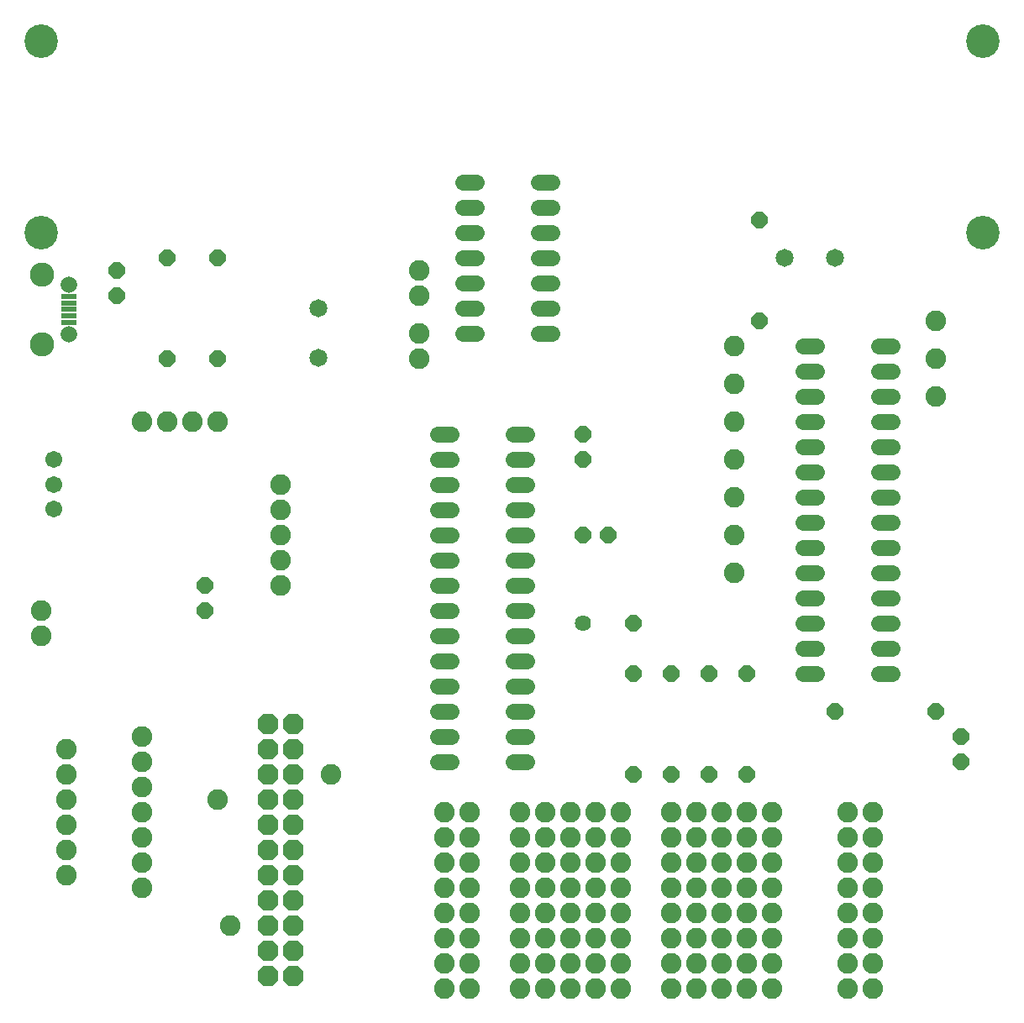
<source format=gts>
G75*
%MOIN*%
%OFA0B0*%
%FSLAX25Y25*%
%IPPOS*%
%LPD*%
%AMOC8*
5,1,8,0,0,1.08239X$1,22.5*
%
%ADD10C,0.13300*%
%ADD11R,0.06115X0.02375*%
%ADD12C,0.06546*%
%ADD13C,0.09658*%
%ADD14C,0.08200*%
%ADD15C,0.06743*%
%ADD16OC8,0.06400*%
%ADD17C,0.07137*%
%ADD18C,0.06400*%
%ADD19OC8,0.08200*%
%ADD20C,0.06400*%
D10*
X0101250Y0313333D03*
X0101250Y0389333D03*
X0474950Y0389333D03*
X0474950Y0313333D03*
D11*
X0112380Y0287951D03*
X0112380Y0285392D03*
X0112380Y0282833D03*
X0112380Y0280274D03*
X0112380Y0277715D03*
D12*
X0112380Y0272991D03*
X0112380Y0292676D03*
D13*
X0101750Y0296613D03*
X0101750Y0269054D03*
D14*
X0111250Y0058333D03*
X0111250Y0068333D03*
X0111250Y0078333D03*
X0111250Y0088333D03*
X0111250Y0098333D03*
X0111250Y0108333D03*
X0141250Y0103333D03*
X0141250Y0093333D03*
X0141250Y0083333D03*
X0141250Y0073333D03*
X0141250Y0063333D03*
X0141250Y0053333D03*
X0176250Y0038333D03*
X0171250Y0088333D03*
X0141250Y0113333D03*
X0101250Y0153333D03*
X0101250Y0163333D03*
X0141250Y0238333D03*
X0151250Y0238333D03*
X0161250Y0238333D03*
X0171250Y0238333D03*
X0196250Y0213333D03*
X0196250Y0203333D03*
X0196250Y0193333D03*
X0196250Y0183333D03*
X0196250Y0173333D03*
X0216250Y0098333D03*
X0261250Y0083333D03*
X0261250Y0073333D03*
X0271250Y0073333D03*
X0271250Y0083333D03*
X0291250Y0083333D03*
X0291250Y0073333D03*
X0301250Y0073333D03*
X0311250Y0073333D03*
X0321250Y0073333D03*
X0331250Y0073333D03*
X0331250Y0083333D03*
X0321250Y0083333D03*
X0311250Y0083333D03*
X0301250Y0083333D03*
X0301250Y0063333D03*
X0301250Y0053333D03*
X0291250Y0053333D03*
X0291250Y0063333D03*
X0271250Y0063333D03*
X0271250Y0053333D03*
X0261250Y0053333D03*
X0261250Y0063333D03*
X0261250Y0043333D03*
X0261250Y0033333D03*
X0271250Y0033333D03*
X0271250Y0043333D03*
X0291250Y0043333D03*
X0291250Y0033333D03*
X0301250Y0033333D03*
X0311250Y0033333D03*
X0321250Y0033333D03*
X0331250Y0033333D03*
X0331250Y0043333D03*
X0321250Y0043333D03*
X0311250Y0043333D03*
X0301250Y0043333D03*
X0311250Y0053333D03*
X0321250Y0053333D03*
X0331250Y0053333D03*
X0331250Y0063333D03*
X0321250Y0063333D03*
X0311250Y0063333D03*
X0351250Y0063333D03*
X0351250Y0053333D03*
X0351250Y0043333D03*
X0351250Y0033333D03*
X0351250Y0023333D03*
X0351250Y0013333D03*
X0361250Y0013333D03*
X0371250Y0013333D03*
X0381250Y0013333D03*
X0391250Y0013333D03*
X0391250Y0023333D03*
X0381250Y0023333D03*
X0371250Y0023333D03*
X0361250Y0023333D03*
X0361250Y0033333D03*
X0371250Y0033333D03*
X0381250Y0033333D03*
X0391250Y0033333D03*
X0391250Y0043333D03*
X0381250Y0043333D03*
X0371250Y0043333D03*
X0361250Y0043333D03*
X0361250Y0053333D03*
X0371250Y0053333D03*
X0381250Y0053333D03*
X0391250Y0053333D03*
X0391250Y0063333D03*
X0381250Y0063333D03*
X0371250Y0063333D03*
X0361250Y0063333D03*
X0361250Y0073333D03*
X0371250Y0073333D03*
X0381250Y0073333D03*
X0391250Y0073333D03*
X0391250Y0083333D03*
X0381250Y0083333D03*
X0371250Y0083333D03*
X0361250Y0083333D03*
X0351250Y0083333D03*
X0351250Y0073333D03*
X0331250Y0023333D03*
X0331250Y0013333D03*
X0321250Y0013333D03*
X0311250Y0013333D03*
X0301250Y0013333D03*
X0291250Y0013333D03*
X0291250Y0023333D03*
X0301250Y0023333D03*
X0311250Y0023333D03*
X0321250Y0023333D03*
X0271250Y0023333D03*
X0271250Y0013333D03*
X0261250Y0013333D03*
X0261250Y0023333D03*
X0421250Y0023333D03*
X0421250Y0013333D03*
X0431250Y0013333D03*
X0431250Y0023333D03*
X0431250Y0033333D03*
X0421250Y0033333D03*
X0421250Y0043333D03*
X0431250Y0043333D03*
X0431250Y0053333D03*
X0421250Y0053333D03*
X0421250Y0063333D03*
X0431250Y0063333D03*
X0431250Y0073333D03*
X0421250Y0073333D03*
X0421250Y0083333D03*
X0431250Y0083333D03*
X0376250Y0178333D03*
X0376250Y0193333D03*
X0376250Y0208333D03*
X0376250Y0223333D03*
X0376250Y0238333D03*
X0376250Y0253333D03*
X0376250Y0268333D03*
X0456250Y0263333D03*
X0456250Y0248333D03*
X0456250Y0278333D03*
X0251250Y0273333D03*
X0251250Y0263333D03*
X0251250Y0288333D03*
X0251250Y0298333D03*
D15*
X0106250Y0223176D03*
X0106250Y0213333D03*
X0106250Y0203491D03*
D16*
X0166250Y0173333D03*
X0166250Y0163333D03*
X0171250Y0263333D03*
X0151250Y0263333D03*
X0131250Y0288333D03*
X0131250Y0298333D03*
X0151250Y0303333D03*
X0171250Y0303333D03*
X0316250Y0233333D03*
X0316250Y0223333D03*
X0316250Y0193333D03*
X0326250Y0193333D03*
X0336250Y0158333D03*
X0336250Y0138333D03*
X0351250Y0138333D03*
X0366250Y0138333D03*
X0381250Y0138333D03*
X0416250Y0123333D03*
X0381250Y0098333D03*
X0366250Y0098333D03*
X0351250Y0098333D03*
X0336250Y0098333D03*
X0456250Y0123333D03*
X0466250Y0113333D03*
X0466250Y0103333D03*
X0386250Y0278333D03*
X0386250Y0318333D03*
D17*
X0396407Y0303333D03*
X0416093Y0303333D03*
X0211250Y0283176D03*
X0211250Y0263491D03*
D18*
X0258450Y0233333D02*
X0264050Y0233333D01*
X0264050Y0223333D02*
X0258450Y0223333D01*
X0258450Y0213333D02*
X0264050Y0213333D01*
X0264050Y0203333D02*
X0258450Y0203333D01*
X0258450Y0193333D02*
X0264050Y0193333D01*
X0264050Y0183333D02*
X0258450Y0183333D01*
X0258450Y0173333D02*
X0264050Y0173333D01*
X0264050Y0163333D02*
X0258450Y0163333D01*
X0258450Y0153333D02*
X0264050Y0153333D01*
X0264050Y0143333D02*
X0258450Y0143333D01*
X0258450Y0133333D02*
X0264050Y0133333D01*
X0264050Y0123333D02*
X0258450Y0123333D01*
X0258450Y0113333D02*
X0264050Y0113333D01*
X0264050Y0103333D02*
X0258450Y0103333D01*
X0288450Y0103333D02*
X0294050Y0103333D01*
X0294050Y0113333D02*
X0288450Y0113333D01*
X0288450Y0123333D02*
X0294050Y0123333D01*
X0294050Y0133333D02*
X0288450Y0133333D01*
X0288450Y0143333D02*
X0294050Y0143333D01*
X0294050Y0153333D02*
X0288450Y0153333D01*
X0288450Y0163333D02*
X0294050Y0163333D01*
X0294050Y0173333D02*
X0288450Y0173333D01*
X0288450Y0183333D02*
X0294050Y0183333D01*
X0294050Y0193333D02*
X0288450Y0193333D01*
X0288450Y0203333D02*
X0294050Y0203333D01*
X0294050Y0213333D02*
X0288450Y0213333D01*
X0288450Y0223333D02*
X0294050Y0223333D01*
X0294050Y0233333D02*
X0288450Y0233333D01*
X0298450Y0273333D02*
X0304050Y0273333D01*
X0304050Y0283333D02*
X0298450Y0283333D01*
X0298450Y0293333D02*
X0304050Y0293333D01*
X0304050Y0303333D02*
X0298450Y0303333D01*
X0298450Y0313333D02*
X0304050Y0313333D01*
X0304050Y0323333D02*
X0298450Y0323333D01*
X0298450Y0333333D02*
X0304050Y0333333D01*
X0274050Y0333333D02*
X0268450Y0333333D01*
X0268450Y0323333D02*
X0274050Y0323333D01*
X0274050Y0313333D02*
X0268450Y0313333D01*
X0268450Y0303333D02*
X0274050Y0303333D01*
X0274050Y0293333D02*
X0268450Y0293333D01*
X0268450Y0283333D02*
X0274050Y0283333D01*
X0274050Y0273333D02*
X0268450Y0273333D01*
X0403450Y0268333D02*
X0409050Y0268333D01*
X0409050Y0258333D02*
X0403450Y0258333D01*
X0403450Y0248333D02*
X0409050Y0248333D01*
X0409050Y0238333D02*
X0403450Y0238333D01*
X0403450Y0228333D02*
X0409050Y0228333D01*
X0409050Y0218333D02*
X0403450Y0218333D01*
X0403450Y0208333D02*
X0409050Y0208333D01*
X0409050Y0198333D02*
X0403450Y0198333D01*
X0403450Y0188333D02*
X0409050Y0188333D01*
X0409050Y0178333D02*
X0403450Y0178333D01*
X0403450Y0168333D02*
X0409050Y0168333D01*
X0409050Y0158333D02*
X0403450Y0158333D01*
X0403450Y0148333D02*
X0409050Y0148333D01*
X0409050Y0138333D02*
X0403450Y0138333D01*
X0433450Y0138333D02*
X0439050Y0138333D01*
X0439050Y0148333D02*
X0433450Y0148333D01*
X0433450Y0158333D02*
X0439050Y0158333D01*
X0439050Y0168333D02*
X0433450Y0168333D01*
X0433450Y0178333D02*
X0439050Y0178333D01*
X0439050Y0188333D02*
X0433450Y0188333D01*
X0433450Y0198333D02*
X0439050Y0198333D01*
X0439050Y0208333D02*
X0433450Y0208333D01*
X0433450Y0218333D02*
X0439050Y0218333D01*
X0439050Y0228333D02*
X0433450Y0228333D01*
X0433450Y0238333D02*
X0439050Y0238333D01*
X0439050Y0248333D02*
X0433450Y0248333D01*
X0433450Y0258333D02*
X0439050Y0258333D01*
X0439050Y0268333D02*
X0433450Y0268333D01*
D19*
X0201250Y0118333D03*
X0201250Y0108333D03*
X0191250Y0108333D03*
X0191250Y0118333D03*
X0191250Y0098333D03*
X0191250Y0088333D03*
X0201250Y0088333D03*
X0201250Y0098333D03*
X0201250Y0078333D03*
X0201250Y0068333D03*
X0191250Y0068333D03*
X0191250Y0078333D03*
X0191250Y0058333D03*
X0191250Y0048333D03*
X0201250Y0048333D03*
X0201250Y0058333D03*
X0201250Y0038333D03*
X0201250Y0028333D03*
X0191250Y0028333D03*
X0191250Y0038333D03*
X0191250Y0018333D03*
X0201250Y0018333D03*
D20*
X0316250Y0158333D03*
M02*

</source>
